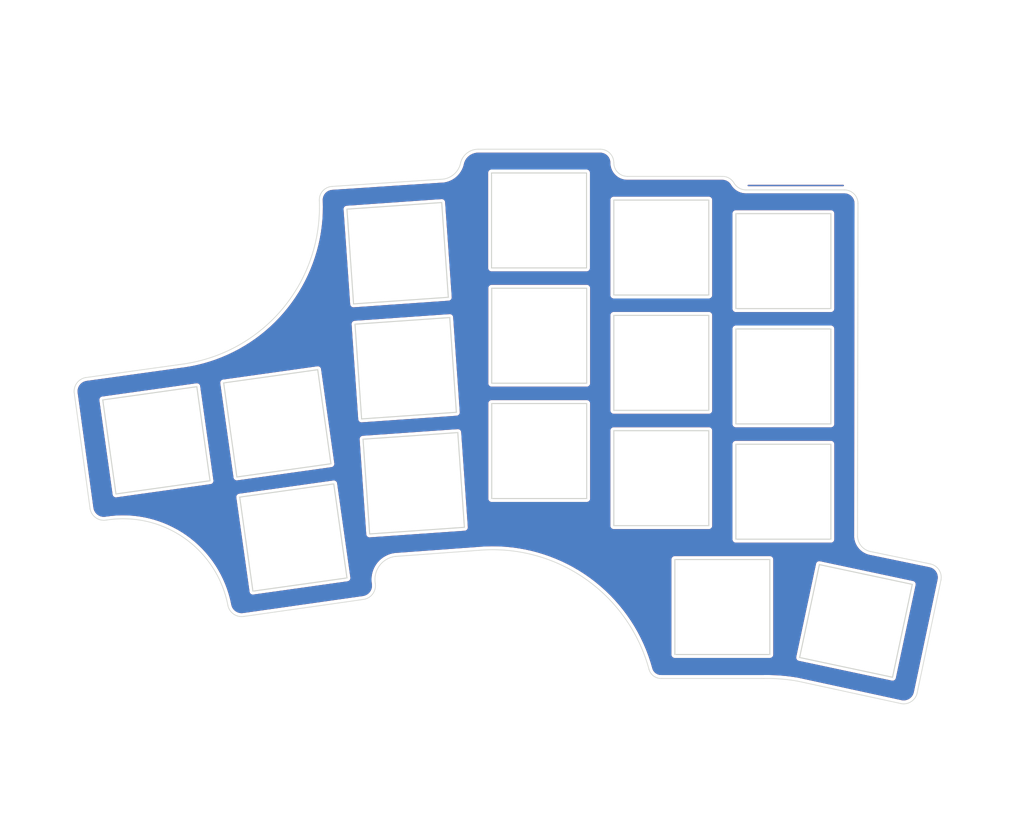
<source format=kicad_pcb>
(kicad_pcb (version 20211014) (generator pcbnew)
  (layers (0 "F.Cu" signal) (31 "B.Cu" signal) (34 "B.Paste" user) (35 "F.Paste" user) (36 "B.SilkS" user "B.Silkscreen") (37 "F.SilkS" user "F.Silkscreen") (38 "B.Mask" user) (39 "F.Mask" user) (44 "Edge.Cuts" user))
  (net 0 "")
  (net 1 "GND")
  (footprint "footprints:choc-cutout" (layer "F.Cu") (at 172.175 105.150003)
    (fp_text reference "SW14" hide)
    (fp_text value "SW_Push" hide)
    (fp_line (start 7 -7) (end 7 7) (layer "Edge.Cuts") (width 0.15))
    (fp_line (start -7 7) (end 7 7) (layer "Edge.Cuts") (width 0.15))
    (fp_line (start 7 -7) (end -7 -7) (layer "Edge.Cuts") (width 0.15))
    (fp_line (start -7 7) (end -7 -7) (layer "Edge.Cuts") (width 0.15))
  )
  (footprint "footprints:choc-cutout" (layer "F.Cu") (at 172.175001 71.150001)
    (fp_text reference "SW3" hide)
    (fp_text value "SW_Push" hide)
    (fp_line (start -7 7) (end -7 -7) (layer "Edge.Cuts") (width 0.15))
    (fp_line (start 7 -7) (end -7 -7) (layer "Edge.Cuts") (width 0.15))
    (fp_line (start -7 7) (end 7 7) (layer "Edge.Cuts") (width 0.15))
    (fp_line (start 7 -7) (end 7 7) (layer "Edge.Cuts") (width 0.15))
  )
  (footprint "footprints:choc-cutout" (layer "F.Cu") (at 190.175 107.150002)
    (fp_text reference "SW15" hide)
    (fp_text value "SW_Push" hide)
    (fp_line (start -7 7) (end 7 7) (layer "Edge.Cuts") (width 0.15))
    (fp_line (start 7 -7) (end -7 -7) (layer "Edge.Cuts") (width 0.15))
    (fp_line (start -7 7) (end -7 -7) (layer "Edge.Cuts") (width 0.15))
    (fp_line (start 7 -7) (end 7 7) (layer "Edge.Cuts") (width 0.15))
  )
  (footprint "footprints:choc-cutout" (layer "F.Cu") (at 154.174998 101.15)
    (fp_text reference "SW13" hide)
    (fp_text value "SW_Push" hide)
    (fp_line (start -7 7) (end 7 7) (layer "Edge.Cuts") (width 0.15))
    (fp_line (start -7 7) (end -7 -7) (layer "Edge.Cuts") (width 0.15))
    (fp_line (start 7 -7) (end -7 -7) (layer "Edge.Cuts") (width 0.15))
    (fp_line (start 7 -7) (end 7 7) (layer "Edge.Cuts") (width 0.15))
  )
  (footprint "footprints:choc-cutout" (layer "F.Cu") (at 181.174999 124.150001)
    (fp_text reference "SW16" hide)
    (fp_text value "SW_Push" hide)
    (fp_line (start -7 7) (end -7 -7) (layer "Edge.Cuts") (width 0.15))
    (fp_line (start -7 7) (end 7 7) (layer "Edge.Cuts") (width 0.15))
    (fp_line (start 7 -7) (end 7 7) (layer "Edge.Cuts") (width 0.15))
    (fp_line (start 7 -7) (end -7 -7) (layer "Edge.Cuts") (width 0.15))
  )
  (footprint "footprints:choc-cutout" (layer "F.Cu") (at 190.175001 73.150002)
    (fp_text reference "SW4" hide)
    (fp_text value "SW_Push" hide)
    (fp_line (start 7 -7) (end -7 -7) (layer "Edge.Cuts") (width 0.15))
    (fp_line (start -7 7) (end 7 7) (layer "Edge.Cuts") (width 0.15))
    (fp_line (start 7 -7) (end 7 7) (layer "Edge.Cuts") (width 0.15))
    (fp_line (start -7 7) (end -7 -7) (layer "Edge.Cuts") (width 0.15))
  )
  (footprint "footprints:choc-cutout" (layer "F.Cu") (at 154.175002 84.15)
    (fp_text reference "SW8" hide)
    (fp_text value "SW_Push" hide)
    (fp_line (start 7 -7) (end 7 7) (layer "Edge.Cuts") (width 0.15))
    (fp_line (start -7 7) (end 7 7) (layer "Edge.Cuts") (width 0.15))
    (fp_line (start -7 7) (end -7 -7) (layer "Edge.Cuts") (width 0.15))
    (fp_line (start 7 -7) (end -7 -7) (layer "Edge.Cuts") (width 0.15))
  )
  (footprint "footprints:choc-cutout" (layer "F.Cu") (at 97.734233 99.570557 8)
    (fp_text reference "SW5" hide)
    (fp_text value "SW_Push" hide)
    (fp_line (start -7 7) (end -7 -7) (layer "Edge.Cuts") (width 0.15))
    (fp_line (start -7 7) (end 7 7) (layer "Edge.Cuts") (width 0.15))
    (fp_line (start 7 -7) (end 7 7) (layer "Edge.Cuts") (width 0.15))
    (fp_line (start 7 -7) (end -7 -7) (layer "Edge.Cuts") (width 0.15))
  )
  (footprint "footprints:choc-cutout" (layer "F.Cu") (at 117.925001 113.900001 8)
    (fp_text reference "SW11" hide)
    (fp_text value "SW_Push" hide)
    (fp_line (start 7 -7) (end -7 -7) (layer "Edge.Cuts") (width 0.15))
    (fp_line (start -7 7) (end -7 -7) (layer "Edge.Cuts") (width 0.15))
    (fp_line (start 7 -7) (end 7 7) (layer "Edge.Cuts") (width 0.15))
    (fp_line (start -7 7) (end 7 7) (layer "Edge.Cuts") (width 0.15))
  )
  (footprint "footprints:choc-cutout" (layer "F.Cu") (at 172.175001 88.150001)
    (fp_text reference "SW9" hide)
    (fp_text value "SW_Push" hide)
    (fp_line (start -7 7) (end 7 7) (layer "Edge.Cuts") (width 0.15))
    (fp_line (start 7 -7) (end 7 7) (layer "Edge.Cuts") (width 0.15))
    (fp_line (start -7 7) (end -7 -7) (layer "Edge.Cuts") (width 0.15))
    (fp_line (start 7 -7) (end -7 -7) (layer "Edge.Cuts") (width 0.15))
  )
  (footprint "footprints:choc-cutout" (layer "F.Cu") (at 133.303278 71.982824 4)
    (fp_text reference "SW1" hide)
    (fp_text value "SW_Push" hide)
    (fp_line (start -7 7) (end -7 -7) (layer "Edge.Cuts") (width 0.15))
    (fp_line (start -7 7) (end 7 7) (layer "Edge.Cuts") (width 0.15))
    (fp_line (start 7 -7) (end 7 7) (layer "Edge.Cuts") (width 0.15))
    (fp_line (start 7 -7) (end -7 -7) (layer "Edge.Cuts") (width 0.15))
  )
  (footprint "footprints:choc-cutout" (layer "F.Cu") (at 115.559052 97.065441 8)
    (fp_text reference "SW6" hide)
    (fp_text value "SW_Push" hide)
    (fp_line (start 7 -7) (end 7 7) (layer "Edge.Cuts") (width 0.15))
    (fp_line (start -7 7) (end -7 -7) (layer "Edge.Cuts") (width 0.15))
    (fp_line (start -7 7) (end 7 7) (layer "Edge.Cuts") (width 0.15))
    (fp_line (start 7 -7) (end -7 -7) (layer "Edge.Cuts") (width 0.15))
  )
  (footprint "footprints:choc-cutout" (layer "F.Cu") (at 190.175001 90.150003)
    (fp_text reference "SW10" hide)
    (fp_text value "SW_Push" hide)
    (fp_line (start -7 7) (end 7 7) (layer "Edge.Cuts") (width 0.15))
    (fp_line (start -7 7) (end -7 -7) (layer "Edge.Cuts") (width 0.15))
    (fp_line (start 7 -7) (end -7 -7) (layer "Edge.Cuts") (width 0.15))
    (fp_line (start 7 -7) (end 7 7) (layer "Edge.Cuts") (width 0.15))
  )
  (footprint "footprints:choc-cutout" (layer "F.Cu") (at 200.874998 126.2 -12)
    (fp_text reference "SW17" hide)
    (fp_text value "SW_Push" hide)
    (fp_line (start -7 7) (end 7 7) (layer "Edge.Cuts") (width 0.15))
    (fp_line (start 7 -7) (end -7 -7) (layer "Edge.Cuts") (width 0.15))
    (fp_line (start -7 7) (end -7 -7) (layer "Edge.Cuts") (width 0.15))
    (fp_line (start 7 -7) (end 7 7) (layer "Edge.Cuts") (width 0.15))
  )
  (footprint "footprints:choc-cutout" (layer "F.Cu") (at 134.489139 88.941414 4)
    (fp_text reference "SW7" hide)
    (fp_text value "SW_Push" hide)
    (fp_line (start 7 -7) (end 7 7) (layer "Edge.Cuts") (width 0.15))
    (fp_line (start -7 7) (end 7 7) (layer "Edge.Cuts") (width 0.15))
    (fp_line (start 7 -7) (end -7 -7) (layer "Edge.Cuts") (width 0.15))
    (fp_line (start -7 7) (end -7 -7) (layer "Edge.Cuts") (width 0.15))
  )
  (footprint "footprints:choc-cutout" (layer "F.Cu") (at 135.675003 105.900004 4)
    (fp_text reference "SW12" hide)
    (fp_text value "SW_Push" hide)
    (fp_line (start 7 -7) (end -7 -7) (layer "Edge.Cuts") (width 0.15))
    (fp_line (start -7 7) (end -7 -7) (layer "Edge.Cuts") (width 0.15))
    (fp_line (start 7 -7) (end 7 7) (layer "Edge.Cuts") (width 0.15))
    (fp_line (start -7 7) (end 7 7) (layer "Edge.Cuts") (width 0.15))
  )
  (footprint "footprints:choc-cutout" (layer "F.Cu") (at 154.150001 67.15)
    (fp_text reference "SW2" hide)
    (fp_text value "SW_Push" hide)
    (fp_line (start -7 7) (end 7 7) (layer "Edge.Cuts") (width 0.15))
    (fp_line (start 7 -7) (end -7 -7) (layer "Edge.Cuts") (width 0.15))
    (fp_line (start -7 7) (end -7 -7) (layer "Edge.Cuts") (width 0.15))
    (fp_line (start 7 -7) (end 7 7) (layer "Edge.Cuts") (width 0.15))
  )
  (gr_line (start 185 62) (end 199 62) (layer "F.Cu") (width 0.2))
  (gr_line (start 185 62) (end 199 62) (layer "B.Cu") (width 0.2))
  (gr_arc (start 184.675001 62.650003) (mid 183.663232 62.384926) (end 182.911488 61.657724) (layer "Edge.Cuts") (width 0.1))
  (gr_line (start 145.310279 115.784939) (end 133.01028 116.684939) (layer "Edge.Cuts") (width 0.1))
  (gr_line (start 181.175 60.650001) (end 167.175001 60.650002) (layer "Edge.Cuts") (width 0.1))
  (gr_line (start 192.310278 135.084939) (end 207.528644 138.388524) (layer "Edge.Cuts") (width 0.1))
  (gr_arc (start 90.346522 111.330896) (mid 88.80588 110.990339) (end 87.957247 109.660159) (layer "Edge.Cuts") (width 0.1))
  (gr_line (start 172.210279 134.68494) (end 187.310278 134.684941) (layer "Edge.Cuts") (width 0.1))
  (gr_arc (start 209.910279 136.784939) (mid 209.049413 138.076776) (end 207.528644 138.388524) (layer "Edge.Cuts") (width 0.1))
  (gr_arc (start 187.310278 134.684941) (mid 189.819885 134.764855) (end 192.310278 135.084939) (layer "Edge.Cuts") (width 0.1))
  (gr_arc (start 163.175003 56.650002) (mid 164.589223 57.235782) (end 165.175002 58.650002) (layer "Edge.Cuts") (width 0.1))
  (gr_arc (start 130.010279 120.684939) (mid 130.643203 118.034631) (end 133.01028 116.684939) (layer "Edge.Cuts") (width 0.1))
  (gr_arc (start 85.634196 92.706816) (mid 85.974717 91.166149) (end 87.304932 90.317542) (layer "Edge.Cuts") (width 0.1))
  (gr_arc (start 172.210279 134.68494) (mid 171.067213 134.338934) (end 170.370997 133.368572) (layer "Edge.Cuts") (width 0.1))
  (gr_line (start 199.175002 62.650002) (end 184.675001 62.650003) (layer "Edge.Cuts") (width 0.1))
  (gr_arc (start 110.655364 125.532163) (mid 109.114717 125.191615) (end 108.266089 123.861428) (layer "Edge.Cuts") (width 0.1))
  (gr_arc (start 130.010279 120.684939) (mid 129.658123 122.175962) (end 128.374323 123.012037) (layer "Edge.Cuts") (width 0.1))
  (gr_arc (start 145.310279 115.78494) (mid 161.028316 120.033582) (end 170.370997 133.368572) (layer "Edge.Cuts") (width 0.1))
  (gr_line (start 139.603405 61.083728) (end 123.650848 62.133858) (layer "Edge.Cuts") (width 0.1))
  (gr_arc (start 142.603405 58.583728) (mid 141.562232 60.384321) (end 139.603405 61.083728) (layer "Edge.Cuts") (width 0.1))
  (gr_arc (start 211.810279 117.784942) (mid 213.10212 118.645795) (end 213.413864 120.166575) (layer "Edge.Cuts") (width 0.1))
  (gr_arc (start 203.110278 115.984941) (mid 201.730079 115.230576) (end 201.110278 113.784941) (layer "Edge.Cuts") (width 0.1))
  (gr_arc (start 121.753405 64.233728) (mid 116.410289 80.079269) (end 101.847184 88.297909) (layer "Edge.Cuts") (width 0.1))
  (gr_line (start 201.174999 64.650002) (end 201.110278 113.784941) (layer "Edge.Cuts") (width 0.1))
  (gr_line (start 163.175003 56.650002) (end 145.175 56.650001) (layer "Edge.Cuts") (width 0.1))
  (gr_arc (start 199.175002 62.650002) (mid 200.589222 63.23578) (end 201.174999 64.650002) (layer "Edge.Cuts") (width 0.1))
  (gr_arc (start 90.346522 111.330896) (mid 101.838101 113.975511) (end 108.266089 123.861428) (layer "Edge.Cuts") (width 0.1))
  (gr_arc (start 181.175 60.650001) (mid 182.178858 60.920176) (end 182.911488 61.657724) (layer "Edge.Cuts") (width 0.1))
  (gr_line (start 101.847184 88.297909) (end 87.304932 90.317542) (layer "Edge.Cuts") (width 0.1))
  (gr_arc (start 142.603405 58.583728) (mid 143.566218 57.187339) (end 145.175 56.650001) (layer "Edge.Cuts") (width 0.1))
  (gr_line (start 110.655363 125.532164) (end 128.374323 123.012037) (layer "Edge.Cuts") (width 0.1))
  (gr_arc (start 167.175001 60.650002) (mid 165.760795 60.064209) (end 165.175002 58.650002) (layer "Edge.Cuts") (width 0.1))
  (gr_line (start 85.634196 92.706816) (end 87.957246 109.660159) (layer "Edge.Cuts") (width 0.1))
  (gr_line (start 209.910279 136.784939) (end 213.413864 120.166575) (layer "Edge.Cuts") (width 0.1))
  (gr_arc (start 121.753405 64.233728) (mid 122.267622 62.791175) (end 123.650848 62.133858) (layer "Edge.Cuts") (width 0.1))
  (gr_line (start 211.810279 117.784941) (end 203.110278 115.984941) (layer "Edge.Cuts") (width 0.1))
  (zone (net 1) (net_name "GND") (layers F&B.Cu) (connect_pads (clearance 0.508)) (min_thickness 0.254) (fill yes (thermal_gap 0.508) (thermal_bridge_width 0.508) (island_removal_mode 2) (island_area_min 1))
    (polygon (pts (xy 225.675 154.650003) (xy 74.675 154.650003) (xy 74.675003 34.650003) (xy 224.675001 34.650003)))
  )
)
</source>
